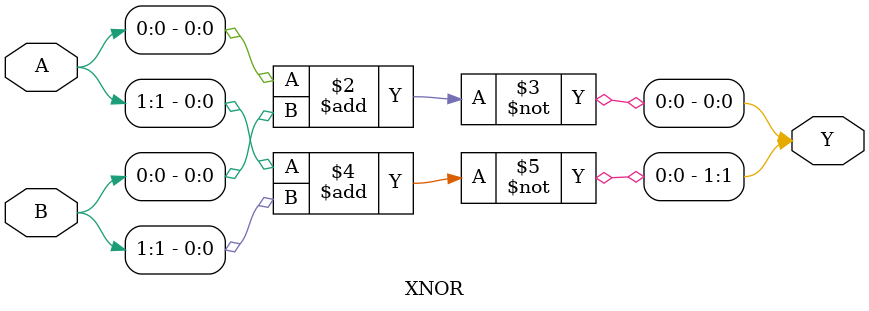
<source format=v>
module XNOR(
	input [1:0] A, B,
	output reg [1:0] Y
);

always @*
begin
    Y[0] = ~(A[0] + B[0]);
    Y[1] = ~(A[1] + B[1]);
end

endmodule

</source>
